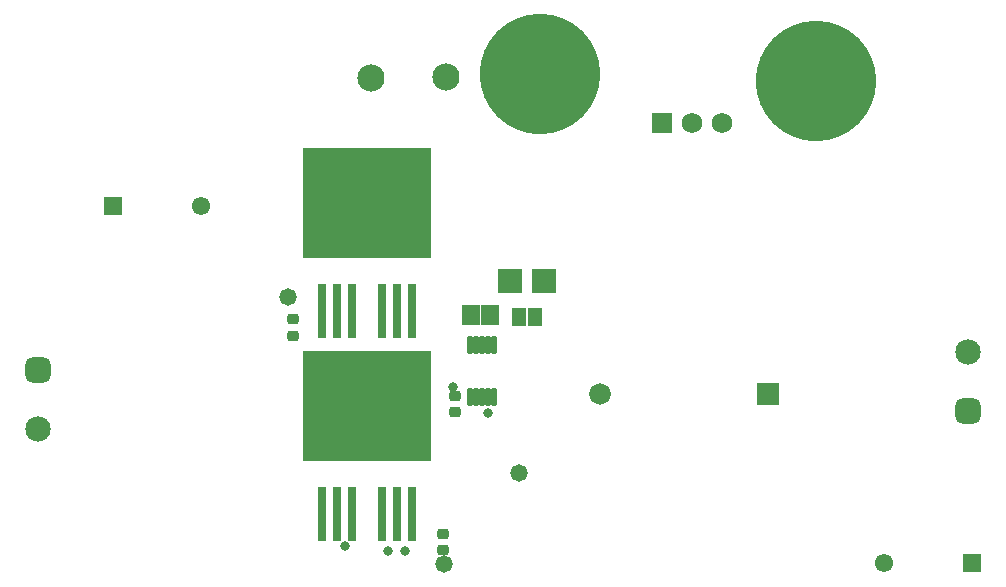
<source format=gts>
G04*
G04 #@! TF.GenerationSoftware,Altium Limited,Altium Designer,24.10.1 (45)*
G04*
G04 Layer_Color=8388736*
%FSLAX44Y44*%
%MOMM*%
G71*
G04*
G04 #@! TF.SameCoordinates,4BA20A26-6699-4CC0-9CF9-A882EA70ABF6*
G04*
G04*
G04 #@! TF.FilePolarity,Negative*
G04*
G01*
G75*
%ADD17R,2.1000X2.0000*%
%ADD18R,10.8000X9.4000*%
%ADD19R,0.8000X4.6000*%
%ADD24R,1.5532X1.6532*%
G04:AMPARAMS|DCode=25|XSize=0.9632mm|YSize=0.8636mm|CornerRadius=0.1842mm|HoleSize=0mm|Usage=FLASHONLY|Rotation=180.000|XOffset=0mm|YOffset=0mm|HoleType=Round|Shape=RoundedRectangle|*
%AMROUNDEDRECTD25*
21,1,0.9632,0.4953,0,0,180.0*
21,1,0.5949,0.8636,0,0,180.0*
1,1,0.3683,-0.2975,0.2477*
1,1,0.3683,0.2975,0.2477*
1,1,0.3683,0.2975,-0.2477*
1,1,0.3683,-0.2975,-0.2477*
%
%ADD25ROUNDEDRECTD25*%
%ADD26R,1.3032X1.5532*%
G04:AMPARAMS|DCode=27|XSize=0.5032mm|YSize=1.5532mm|CornerRadius=0.1511mm|HoleSize=0mm|Usage=FLASHONLY|Rotation=0.000|XOffset=0mm|YOffset=0mm|HoleType=Round|Shape=RoundedRectangle|*
%AMROUNDEDRECTD27*
21,1,0.5032,1.2510,0,0,0.0*
21,1,0.2010,1.5532,0,0,0.0*
1,1,0.3022,0.1005,-0.6255*
1,1,0.3022,-0.1005,-0.6255*
1,1,0.3022,-0.1005,0.6255*
1,1,0.3022,0.1005,0.6255*
%
%ADD27ROUNDEDRECTD27*%
%ADD28C,2.1532*%
G04:AMPARAMS|DCode=29|XSize=2.1532mm|YSize=2.1532mm|CornerRadius=0.5891mm|HoleSize=0mm|Usage=FLASHONLY|Rotation=270.000|XOffset=0mm|YOffset=0mm|HoleType=Round|Shape=RoundedRectangle|*
%AMROUNDEDRECTD29*
21,1,2.1532,0.9750,0,0,270.0*
21,1,0.9750,2.1532,0,0,270.0*
1,1,1.1782,-0.4875,-0.4875*
1,1,1.1782,-0.4875,0.4875*
1,1,1.1782,0.4875,0.4875*
1,1,1.1782,0.4875,-0.4875*
%
%ADD29ROUNDEDRECTD29*%
%ADD30C,10.2032*%
%ADD31R,1.5500X1.5500*%
%ADD32C,1.5500*%
%ADD33C,2.3032*%
%ADD34R,1.8288X1.8288*%
%ADD35C,1.8288*%
%ADD36C,1.4732*%
%ADD37R,1.7532X1.7532*%
%ADD38C,1.7532*%
%ADD39C,0.8382*%
D17*
X499640Y368300D02*
D03*
X470640D02*
D03*
D18*
X349758Y434146D02*
D03*
Y262396D02*
D03*
D19*
X387858Y342646D02*
D03*
X375158D02*
D03*
X362458D02*
D03*
X337058D02*
D03*
X324358D02*
D03*
X311658D02*
D03*
X387858Y170896D02*
D03*
X375158D02*
D03*
X362458D02*
D03*
X337058D02*
D03*
X324358D02*
D03*
X311658D02*
D03*
D24*
X454020Y339090D02*
D03*
X437520D02*
D03*
D25*
X287020Y335930D02*
D03*
Y321930D02*
D03*
X414020Y140320D02*
D03*
Y154320D02*
D03*
X423926Y257160D02*
D03*
Y271160D02*
D03*
D26*
X478140Y337820D02*
D03*
X492140D02*
D03*
D27*
X437040Y314350D02*
D03*
X442040D02*
D03*
X447040D02*
D03*
X452040D02*
D03*
X437040Y269850D02*
D03*
X442040D02*
D03*
X447040D02*
D03*
X452040D02*
D03*
X457040Y314350D02*
D03*
Y269850D02*
D03*
D28*
X71080Y242970D02*
D03*
X858560Y308210D02*
D03*
D29*
X71080Y292970D02*
D03*
X858560Y258210D02*
D03*
D30*
X496570Y543560D02*
D03*
X730250Y537210D02*
D03*
D31*
X134550Y431800D02*
D03*
X862330Y129540D02*
D03*
D32*
X209550Y431800D02*
D03*
X787330Y129540D02*
D03*
D33*
X416560Y541020D02*
D03*
X353060Y539750D02*
D03*
D34*
X689610Y272288D02*
D03*
D35*
X547370D02*
D03*
D36*
X415290Y128270D02*
D03*
X478790Y205740D02*
D03*
X283210Y354330D02*
D03*
D37*
X599440Y501650D02*
D03*
D38*
X624840D02*
D03*
X650240D02*
D03*
D39*
X452374Y256794D02*
D03*
X422910Y278130D02*
D03*
X330708Y144145D02*
D03*
X367538Y139446D02*
D03*
X381508D02*
D03*
M02*

</source>
